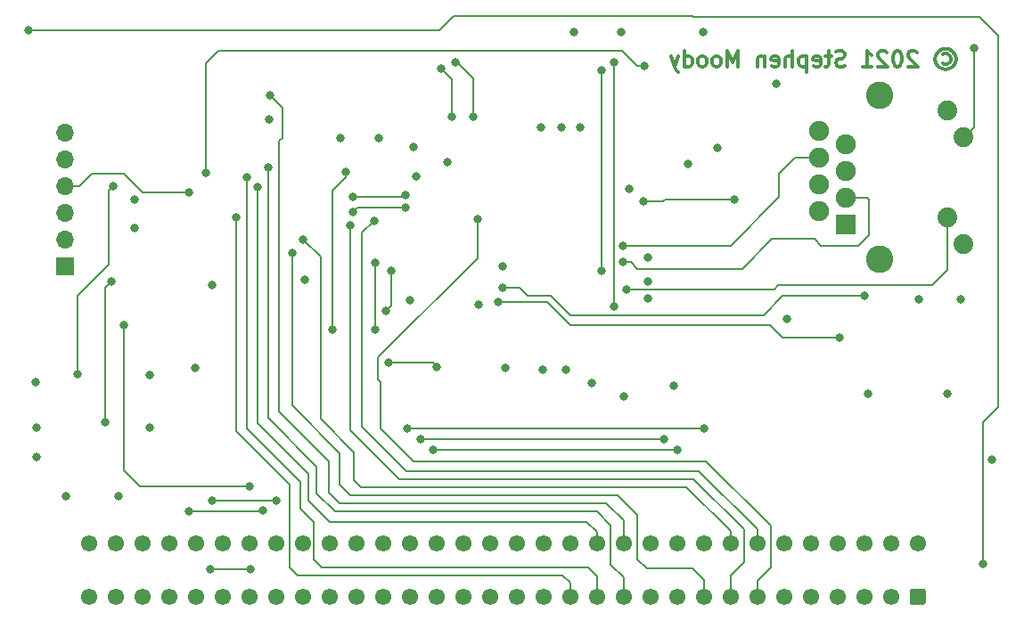
<source format=gbl>
G04 #@! TF.GenerationSoftware,KiCad,Pcbnew,(5.1.10)-1*
G04 #@! TF.CreationDate,2021-07-30T10:28:04+01:00*
G04 #@! TF.ProjectId,Eth8019,45746838-3031-4392-9e6b-696361645f70,rev?*
G04 #@! TF.SameCoordinates,Original*
G04 #@! TF.FileFunction,Copper,L4,Bot*
G04 #@! TF.FilePolarity,Positive*
%FSLAX46Y46*%
G04 Gerber Fmt 4.6, Leading zero omitted, Abs format (unit mm)*
G04 Created by KiCad (PCBNEW (5.1.10)-1) date 2021-07-30 10:28:04*
%MOMM*%
%LPD*%
G01*
G04 APERTURE LIST*
G04 #@! TA.AperFunction,NonConductor*
%ADD10C,0.300000*%
G04 #@! TD*
G04 #@! TA.AperFunction,ComponentPad*
%ADD11C,2.600000*%
G04 #@! TD*
G04 #@! TA.AperFunction,ComponentPad*
%ADD12C,1.890000*%
G04 #@! TD*
G04 #@! TA.AperFunction,ComponentPad*
%ADD13C,1.900000*%
G04 #@! TD*
G04 #@! TA.AperFunction,ComponentPad*
%ADD14R,1.900000X1.900000*%
G04 #@! TD*
G04 #@! TA.AperFunction,ComponentPad*
%ADD15O,1.700000X1.700000*%
G04 #@! TD*
G04 #@! TA.AperFunction,ComponentPad*
%ADD16R,1.700000X1.700000*%
G04 #@! TD*
G04 #@! TA.AperFunction,ComponentPad*
%ADD17C,1.550000*%
G04 #@! TD*
G04 #@! TA.AperFunction,ViaPad*
%ADD18C,0.800000*%
G04 #@! TD*
G04 #@! TA.AperFunction,Conductor*
%ADD19C,0.210000*%
G04 #@! TD*
G04 APERTURE END LIST*
D10*
X191792285Y-93261714D02*
X191935142Y-93190285D01*
X192220857Y-93190285D01*
X192363714Y-93261714D01*
X192506571Y-93404571D01*
X192578000Y-93547428D01*
X192578000Y-93833142D01*
X192506571Y-93976000D01*
X192363714Y-94118857D01*
X192220857Y-94190285D01*
X191935142Y-94190285D01*
X191792285Y-94118857D01*
X192078000Y-92690285D02*
X192435142Y-92761714D01*
X192792285Y-92976000D01*
X193006571Y-93333142D01*
X193078000Y-93690285D01*
X193006571Y-94047428D01*
X192792285Y-94404571D01*
X192435142Y-94618857D01*
X192078000Y-94690285D01*
X191720857Y-94618857D01*
X191363714Y-94404571D01*
X191149428Y-94047428D01*
X191078000Y-93690285D01*
X191149428Y-93333142D01*
X191363714Y-92976000D01*
X191720857Y-92761714D01*
X192078000Y-92690285D01*
X189363714Y-93047428D02*
X189292285Y-92976000D01*
X189149428Y-92904571D01*
X188792285Y-92904571D01*
X188649428Y-92976000D01*
X188578000Y-93047428D01*
X188506571Y-93190285D01*
X188506571Y-93333142D01*
X188578000Y-93547428D01*
X189435142Y-94404571D01*
X188506571Y-94404571D01*
X187578000Y-92904571D02*
X187435142Y-92904571D01*
X187292285Y-92976000D01*
X187220857Y-93047428D01*
X187149428Y-93190285D01*
X187078000Y-93476000D01*
X187078000Y-93833142D01*
X187149428Y-94118857D01*
X187220857Y-94261714D01*
X187292285Y-94333142D01*
X187435142Y-94404571D01*
X187578000Y-94404571D01*
X187720857Y-94333142D01*
X187792285Y-94261714D01*
X187863714Y-94118857D01*
X187935142Y-93833142D01*
X187935142Y-93476000D01*
X187863714Y-93190285D01*
X187792285Y-93047428D01*
X187720857Y-92976000D01*
X187578000Y-92904571D01*
X186506571Y-93047428D02*
X186435142Y-92976000D01*
X186292285Y-92904571D01*
X185935142Y-92904571D01*
X185792285Y-92976000D01*
X185720857Y-93047428D01*
X185649428Y-93190285D01*
X185649428Y-93333142D01*
X185720857Y-93547428D01*
X186578000Y-94404571D01*
X185649428Y-94404571D01*
X184220857Y-94404571D02*
X185078000Y-94404571D01*
X184649428Y-94404571D02*
X184649428Y-92904571D01*
X184792285Y-93118857D01*
X184935142Y-93261714D01*
X185078000Y-93333142D01*
X182506571Y-94333142D02*
X182292285Y-94404571D01*
X181935142Y-94404571D01*
X181792285Y-94333142D01*
X181720857Y-94261714D01*
X181649428Y-94118857D01*
X181649428Y-93976000D01*
X181720857Y-93833142D01*
X181792285Y-93761714D01*
X181935142Y-93690285D01*
X182220857Y-93618857D01*
X182363714Y-93547428D01*
X182435142Y-93476000D01*
X182506571Y-93333142D01*
X182506571Y-93190285D01*
X182435142Y-93047428D01*
X182363714Y-92976000D01*
X182220857Y-92904571D01*
X181863714Y-92904571D01*
X181649428Y-92976000D01*
X181220857Y-93404571D02*
X180649428Y-93404571D01*
X181006571Y-92904571D02*
X181006571Y-94190285D01*
X180935142Y-94333142D01*
X180792285Y-94404571D01*
X180649428Y-94404571D01*
X179578000Y-94333142D02*
X179720857Y-94404571D01*
X180006571Y-94404571D01*
X180149428Y-94333142D01*
X180220857Y-94190285D01*
X180220857Y-93618857D01*
X180149428Y-93476000D01*
X180006571Y-93404571D01*
X179720857Y-93404571D01*
X179578000Y-93476000D01*
X179506571Y-93618857D01*
X179506571Y-93761714D01*
X180220857Y-93904571D01*
X178863714Y-93404571D02*
X178863714Y-94904571D01*
X178863714Y-93476000D02*
X178720857Y-93404571D01*
X178435142Y-93404571D01*
X178292285Y-93476000D01*
X178220857Y-93547428D01*
X178149428Y-93690285D01*
X178149428Y-94118857D01*
X178220857Y-94261714D01*
X178292285Y-94333142D01*
X178435142Y-94404571D01*
X178720857Y-94404571D01*
X178863714Y-94333142D01*
X177506571Y-94404571D02*
X177506571Y-92904571D01*
X176863714Y-94404571D02*
X176863714Y-93618857D01*
X176935142Y-93476000D01*
X177078000Y-93404571D01*
X177292285Y-93404571D01*
X177435142Y-93476000D01*
X177506571Y-93547428D01*
X175578000Y-94333142D02*
X175720857Y-94404571D01*
X176006571Y-94404571D01*
X176149428Y-94333142D01*
X176220857Y-94190285D01*
X176220857Y-93618857D01*
X176149428Y-93476000D01*
X176006571Y-93404571D01*
X175720857Y-93404571D01*
X175578000Y-93476000D01*
X175506571Y-93618857D01*
X175506571Y-93761714D01*
X176220857Y-93904571D01*
X174863714Y-93404571D02*
X174863714Y-94404571D01*
X174863714Y-93547428D02*
X174792285Y-93476000D01*
X174649428Y-93404571D01*
X174435142Y-93404571D01*
X174292285Y-93476000D01*
X174220857Y-93618857D01*
X174220857Y-94404571D01*
X172363714Y-94404571D02*
X172363714Y-92904571D01*
X171863714Y-93976000D01*
X171363714Y-92904571D01*
X171363714Y-94404571D01*
X170435142Y-94404571D02*
X170578000Y-94333142D01*
X170649428Y-94261714D01*
X170720857Y-94118857D01*
X170720857Y-93690285D01*
X170649428Y-93547428D01*
X170578000Y-93476000D01*
X170435142Y-93404571D01*
X170220857Y-93404571D01*
X170078000Y-93476000D01*
X170006571Y-93547428D01*
X169935142Y-93690285D01*
X169935142Y-94118857D01*
X170006571Y-94261714D01*
X170078000Y-94333142D01*
X170220857Y-94404571D01*
X170435142Y-94404571D01*
X169078000Y-94404571D02*
X169220857Y-94333142D01*
X169292285Y-94261714D01*
X169363714Y-94118857D01*
X169363714Y-93690285D01*
X169292285Y-93547428D01*
X169220857Y-93476000D01*
X169078000Y-93404571D01*
X168863714Y-93404571D01*
X168720857Y-93476000D01*
X168649428Y-93547428D01*
X168578000Y-93690285D01*
X168578000Y-94118857D01*
X168649428Y-94261714D01*
X168720857Y-94333142D01*
X168863714Y-94404571D01*
X169078000Y-94404571D01*
X167292285Y-94404571D02*
X167292285Y-92904571D01*
X167292285Y-94333142D02*
X167435142Y-94404571D01*
X167720857Y-94404571D01*
X167863714Y-94333142D01*
X167935142Y-94261714D01*
X168006571Y-94118857D01*
X168006571Y-93690285D01*
X167935142Y-93547428D01*
X167863714Y-93476000D01*
X167720857Y-93404571D01*
X167435142Y-93404571D01*
X167292285Y-93476000D01*
X166720857Y-93404571D02*
X166363714Y-94404571D01*
X166006571Y-93404571D02*
X166363714Y-94404571D01*
X166506571Y-94761714D01*
X166578000Y-94833142D01*
X166720857Y-94904571D01*
D11*
X185848000Y-97152000D03*
X185848000Y-112702000D03*
D12*
X193798000Y-111252000D03*
X192278000Y-108712000D03*
X193798000Y-101142000D03*
X192278000Y-98602000D03*
D13*
X180018000Y-100482000D03*
X182558000Y-101752000D03*
X180018000Y-103022000D03*
X182558000Y-104292000D03*
X180018000Y-105562000D03*
X182558000Y-106832000D03*
X180018000Y-108102000D03*
D14*
X182558000Y-109372000D03*
D15*
X108458000Y-100711000D03*
X108458000Y-103251000D03*
X108458000Y-105791000D03*
X108458000Y-108331000D03*
X108458000Y-110871000D03*
D16*
X108458000Y-113411000D03*
D17*
X110688000Y-139708000D03*
X113228000Y-139708000D03*
X115768000Y-139708000D03*
X118308000Y-139708000D03*
X120848000Y-139708000D03*
X123388000Y-139708000D03*
X125928000Y-139708000D03*
X128468000Y-139708000D03*
X131008000Y-139708000D03*
X133548000Y-139708000D03*
X136088000Y-139708000D03*
X138628000Y-139708000D03*
X141168000Y-139708000D03*
X143708000Y-139708000D03*
X146248000Y-139708000D03*
X148788000Y-139708000D03*
X151328000Y-139708000D03*
X153868000Y-139708000D03*
X156408000Y-139708000D03*
X158948000Y-139708000D03*
X161488000Y-139708000D03*
X164028000Y-139708000D03*
X166568000Y-139708000D03*
X169108000Y-139708000D03*
X171648000Y-139708000D03*
X174188000Y-139708000D03*
X176728000Y-139708000D03*
X179268000Y-139708000D03*
X181808000Y-139708000D03*
X184348000Y-139708000D03*
X186888000Y-139708000D03*
X189428000Y-139708000D03*
X110688000Y-144788000D03*
X113228000Y-144788000D03*
X115768000Y-144788000D03*
X118308000Y-144788000D03*
X120848000Y-144788000D03*
X123388000Y-144788000D03*
X125928000Y-144788000D03*
X128468000Y-144788000D03*
X131008000Y-144788000D03*
X133548000Y-144788000D03*
X136088000Y-144788000D03*
X138628000Y-144788000D03*
X141168000Y-144788000D03*
X143708000Y-144788000D03*
X146248000Y-144788000D03*
X148788000Y-144788000D03*
X151328000Y-144788000D03*
X153868000Y-144788000D03*
X156408000Y-144788000D03*
X158948000Y-144788000D03*
X161488000Y-144788000D03*
X164028000Y-144788000D03*
X166568000Y-144788000D03*
X169108000Y-144788000D03*
X171648000Y-144788000D03*
X174188000Y-144788000D03*
X176728000Y-144788000D03*
X179268000Y-144788000D03*
X181808000Y-144788000D03*
X184348000Y-144788000D03*
X186888000Y-144788000D03*
G04 #@! TA.AperFunction,ComponentPad*
G36*
G01*
X190203000Y-144262998D02*
X190203000Y-145313002D01*
G75*
G02*
X189953002Y-145563000I-249998J0D01*
G01*
X188902998Y-145563000D01*
G75*
G02*
X188653000Y-145313002I0J249998D01*
G01*
X188653000Y-144262998D01*
G75*
G02*
X188902998Y-144013000I249998J0D01*
G01*
X189953002Y-144013000D01*
G75*
G02*
X190203000Y-144262998I0J-249998D01*
G01*
G37*
G04 #@! TD.AperFunction*
D18*
X177032000Y-118364000D03*
X163830000Y-114808000D03*
X163830000Y-116458998D03*
X170434000Y-102108000D03*
X176022000Y-96012000D03*
X192250000Y-125500000D03*
X108500000Y-135250000D03*
X105750000Y-131500000D03*
X105750000Y-128750000D03*
X120750000Y-123000000D03*
X144750000Y-103500000D03*
X169050000Y-91100000D03*
X115000000Y-109750000D03*
X166250000Y-124750000D03*
X161500000Y-125750000D03*
X147750000Y-117000000D03*
X153800000Y-123200000D03*
X127800000Y-99400000D03*
X138200000Y-101200000D03*
X153600000Y-100200000D03*
X157400000Y-100200000D03*
X105600000Y-124400000D03*
X149987000Y-113347500D03*
X163830000Y-112522000D03*
X167640000Y-103632000D03*
X193500000Y-116500000D03*
X189500000Y-116500000D03*
X184750000Y-125500000D03*
X196500000Y-131750000D03*
X113500000Y-135250000D03*
X116500000Y-128750000D03*
X116500000Y-123750000D03*
X141500000Y-102000000D03*
X156800000Y-91100000D03*
X161300000Y-91100000D03*
X115000000Y-107000000D03*
X158500000Y-124500000D03*
X150250000Y-123000000D03*
X156000000Y-123200004D03*
X141200000Y-116600000D03*
X122400000Y-115200000D03*
X134600000Y-101200000D03*
X155600000Y-100200000D03*
X162000000Y-106000000D03*
X141800000Y-104800000D03*
X131191000Y-114617500D03*
X104965500Y-90932000D03*
X195643500Y-141668500D03*
X159400000Y-94800000D03*
X159400000Y-113799994D03*
X160600000Y-94000000D03*
X160600000Y-117200000D03*
X114000000Y-119000000D03*
X125928000Y-134310000D03*
X128524000Y-135636000D03*
X122428000Y-135636000D03*
X133858000Y-119380000D03*
X135128000Y-104394000D03*
X126746000Y-105854500D03*
X127889000Y-97091500D03*
X143400000Y-130800000D03*
X166600000Y-130800000D03*
X137922000Y-113030000D03*
X137922000Y-119380000D03*
X140970000Y-128778000D03*
X169163906Y-128778000D03*
X131064000Y-110807500D03*
X137795000Y-109029500D03*
X122200000Y-142200000D03*
X126000000Y-142200000D03*
X120199994Y-136652000D03*
X127200000Y-136597998D03*
X124714000Y-108712000D03*
X125730000Y-104902000D03*
X127698500Y-103949500D03*
X139446000Y-113792000D03*
X138938000Y-117602000D03*
X142240000Y-129794000D03*
X165354000Y-129793994D03*
X129984500Y-112077500D03*
X135500500Y-109529000D03*
X147637500Y-108902500D03*
X120200000Y-106400000D03*
X161800000Y-115599996D03*
X172000000Y-107000000D03*
X194800000Y-92600000D03*
X163400000Y-107200000D03*
X161400000Y-111399996D03*
X161400000Y-113000000D03*
X149600000Y-116800000D03*
X182000000Y-120200000D03*
X150000000Y-115400000D03*
X184398000Y-116198000D03*
X163449000Y-94361000D03*
X121793000Y-104457500D03*
X143764000Y-122936000D03*
X139128500Y-122555000D03*
X112800000Y-114800000D03*
X112200000Y-128200000D03*
X113000000Y-105800000D03*
X109600000Y-123600000D03*
X147200000Y-99200000D03*
X145542000Y-93980000D03*
X145200000Y-99200000D03*
X144193500Y-94600000D03*
X135800000Y-108200000D03*
X140800000Y-107800000D03*
X135800000Y-106800000D03*
X140800000Y-106600000D03*
D19*
X104965500Y-90932000D02*
X144018000Y-90932000D01*
X144018000Y-90932000D02*
X145351500Y-89598500D01*
X168084500Y-89598500D02*
X168148000Y-89662000D01*
X145351500Y-89598500D02*
X168084500Y-89598500D01*
X168148000Y-89662000D02*
X195326000Y-89662000D01*
X195326000Y-89662000D02*
X197104000Y-91440000D01*
X197104000Y-91440000D02*
X197104000Y-126746000D01*
X195643500Y-128206500D02*
X195643500Y-141668500D01*
X197104000Y-126746000D02*
X195643500Y-128206500D01*
X159400000Y-94800000D02*
X159400000Y-113799994D01*
X160600000Y-94000000D02*
X160600000Y-117200000D01*
X125928000Y-134310000D02*
X115514000Y-134310000D01*
X114000000Y-132796000D02*
X114000000Y-119000000D01*
X115514000Y-134310000D02*
X114000000Y-132796000D01*
X128524000Y-135636000D02*
X122428000Y-135636000D01*
X133858000Y-119380000D02*
X133858000Y-106426000D01*
X133858000Y-106426000D02*
X133858000Y-106172000D01*
X135128000Y-104902000D02*
X135128000Y-104394000D01*
X133858000Y-106172000D02*
X135128000Y-104902000D01*
X131572000Y-133096000D02*
X126746000Y-128270000D01*
X131572000Y-135636000D02*
X131572000Y-133096000D01*
X126746000Y-128270000D02*
X126746000Y-105854500D01*
X133604000Y-137668000D02*
X131572000Y-135636000D01*
X157988000Y-137668000D02*
X133604000Y-137668000D01*
X158948000Y-138628000D02*
X157988000Y-137668000D01*
X158948000Y-139708000D02*
X158948000Y-138628000D01*
X129095500Y-98298000D02*
X127889000Y-97091500D01*
X129095500Y-101155500D02*
X129095500Y-98298000D01*
X128778000Y-127190500D02*
X128778000Y-101473000D01*
X133477000Y-131889500D02*
X128778000Y-127190500D01*
X133477000Y-134874000D02*
X133477000Y-131889500D01*
X134493000Y-135890000D02*
X133477000Y-134874000D01*
X128778000Y-101473000D02*
X129095500Y-101155500D01*
X161488000Y-137548500D02*
X159829500Y-135890000D01*
X161488000Y-139708000D02*
X161488000Y-137548500D01*
X138112500Y-135890000D02*
X134683500Y-135890000D01*
X134683500Y-135890000D02*
X134493000Y-135890000D01*
X136461500Y-135890000D02*
X134683500Y-135890000D01*
X159829500Y-135890000D02*
X138112500Y-135890000D01*
X143400000Y-130800000D02*
X166600000Y-130800000D01*
X137922000Y-113030000D02*
X137922000Y-119380000D01*
X140970000Y-128778000D02*
X169163906Y-128778000D01*
X132715000Y-112458500D02*
X131064000Y-110807500D01*
X132715000Y-127889000D02*
X132715000Y-112458500D01*
X135890000Y-131064000D02*
X132715000Y-127889000D01*
X135890000Y-133731000D02*
X135890000Y-131064000D01*
X136525000Y-134366000D02*
X135890000Y-133731000D01*
X167449500Y-134366000D02*
X136525000Y-134366000D01*
X171648000Y-138564500D02*
X167449500Y-134366000D01*
X171648000Y-139708000D02*
X171648000Y-138564500D01*
X174188000Y-139708000D02*
X174188000Y-138374000D01*
X174188000Y-138374000D02*
X168656000Y-132842000D01*
X168656000Y-132842000D02*
X140843000Y-132842000D01*
X140843000Y-132842000D02*
X136652000Y-128651000D01*
X136652000Y-110172500D02*
X137795000Y-109029500D01*
X136652000Y-128651000D02*
X136652000Y-110172500D01*
X122200000Y-142200000D02*
X126000000Y-142200000D01*
X120199994Y-136652000D02*
X127145998Y-136652000D01*
X127145998Y-136652000D02*
X127200000Y-136597998D01*
X156408000Y-144788000D02*
X156408000Y-143454000D01*
X156408000Y-143454000D02*
X155702000Y-142748000D01*
X155702000Y-142748000D02*
X130556000Y-142748000D01*
X130556000Y-142748000D02*
X129794000Y-141986000D01*
X129794000Y-134620000D02*
X129794000Y-134112000D01*
X129794000Y-141986000D02*
X129794000Y-134620000D01*
X124714000Y-129032000D02*
X124714000Y-108712000D01*
X129794000Y-134112000D02*
X124714000Y-129032000D01*
X132088001Y-137676001D02*
X130810000Y-136398000D01*
X130810000Y-136398000D02*
X130810000Y-133858000D01*
X132088001Y-141232001D02*
X132088001Y-137676001D01*
X132842000Y-141986000D02*
X132088001Y-141232001D01*
X125730000Y-128778000D02*
X125730000Y-104902000D01*
X158115000Y-141986000D02*
X132842000Y-141986000D01*
X158940500Y-142811500D02*
X158115000Y-141986000D01*
X158940500Y-144780500D02*
X158940500Y-142811500D01*
X130810000Y-133858000D02*
X125730000Y-128778000D01*
X158948000Y-144788000D02*
X158940500Y-144780500D01*
X127698500Y-127762000D02*
X127698500Y-103949500D01*
X132334000Y-132397500D02*
X127698500Y-127762000D01*
X132334000Y-134937500D02*
X132334000Y-132397500D01*
X134048500Y-136652000D02*
X132334000Y-134937500D01*
X160274000Y-137985500D02*
X158940500Y-136652000D01*
X158940500Y-136652000D02*
X134048500Y-136652000D01*
X160274000Y-141732000D02*
X160274000Y-137985500D01*
X161488000Y-142946000D02*
X160274000Y-141732000D01*
X161488000Y-144788000D02*
X161488000Y-142946000D01*
X139446000Y-117094000D02*
X138938000Y-117602000D01*
X139446000Y-113792000D02*
X139446000Y-117094000D01*
X142240000Y-129794000D02*
X165100000Y-129794000D01*
X165100000Y-129794000D02*
X165353994Y-129794000D01*
X165353994Y-129794000D02*
X165354000Y-129793994D01*
X134524750Y-131159250D02*
X129984500Y-126619000D01*
X134524750Y-134143750D02*
X134524750Y-131159250D01*
X135509000Y-135128000D02*
X134524750Y-134143750D01*
X160909000Y-135128000D02*
X135509000Y-135128000D01*
X129984500Y-126619000D02*
X129984500Y-112077500D01*
X162814000Y-141224000D02*
X162814000Y-137033000D01*
X163703000Y-142113000D02*
X162814000Y-141224000D01*
X168021000Y-142113000D02*
X163703000Y-142113000D01*
X169108000Y-143200000D02*
X168021000Y-142113000D01*
X162814000Y-137033000D02*
X160909000Y-135128000D01*
X169108000Y-144788000D02*
X169108000Y-143200000D01*
X135509000Y-109537500D02*
X135500500Y-109529000D01*
X135509000Y-128968500D02*
X135509000Y-109537500D01*
X140144500Y-133604000D02*
X135509000Y-128968500D01*
X168148000Y-133604000D02*
X140144500Y-133604000D01*
X172910500Y-138366500D02*
X168148000Y-133604000D01*
X172910500Y-141478000D02*
X172910500Y-138366500D01*
X171648000Y-142740500D02*
X172910500Y-141478000D01*
X171648000Y-144788000D02*
X171648000Y-142740500D01*
X174188000Y-144788000D02*
X174188000Y-143248500D01*
X174188000Y-143248500D02*
X175450500Y-141986000D01*
X175450500Y-141986000D02*
X175450500Y-138049000D01*
X175450500Y-138049000D02*
X169291000Y-131889500D01*
X169291000Y-131889500D02*
X141541500Y-131889500D01*
X141541500Y-131889500D02*
X138430000Y-128778000D01*
X138430000Y-124841000D02*
X138430000Y-124396500D01*
X138430000Y-128778000D02*
X138430000Y-124841000D01*
X138430000Y-124841000D02*
X138430000Y-124523500D01*
X138430000Y-124396500D02*
X138176000Y-124142500D01*
X138176000Y-124142500D02*
X138176000Y-122047000D01*
X147637500Y-112585500D02*
X147637500Y-108902500D01*
X138176000Y-122047000D02*
X147637500Y-112585500D01*
X109809000Y-105791000D02*
X108458000Y-105791000D01*
X111000000Y-104600000D02*
X109809000Y-105791000D01*
X114000000Y-104600000D02*
X111000000Y-104600000D01*
X115800000Y-106400000D02*
X114000000Y-104600000D01*
X120200000Y-106400000D02*
X115800000Y-106400000D01*
X175800004Y-115599996D02*
X161800000Y-115599996D01*
X192278000Y-108712000D02*
X192278000Y-113722000D01*
X192278000Y-113722000D02*
X190800000Y-115200000D01*
X190800000Y-115200000D02*
X176200000Y-115200000D01*
X176200000Y-115200000D02*
X175800004Y-115599996D01*
X194800000Y-100140000D02*
X193798000Y-101142000D01*
X194800000Y-92600000D02*
X194800000Y-100140000D01*
X165400000Y-107000000D02*
X170200000Y-107000000D01*
X170200000Y-107000000D02*
X172000000Y-107000000D01*
X165200000Y-107200000D02*
X165400000Y-107000000D01*
X163400000Y-107200000D02*
X165200000Y-107200000D01*
X171640004Y-111399996D02*
X161400000Y-111399996D01*
X176220000Y-106820000D02*
X176220000Y-104580000D01*
X176220000Y-106820000D02*
X171640004Y-111399996D01*
X177778000Y-103022000D02*
X180018000Y-103022000D01*
X176220000Y-104580000D02*
X177778000Y-103022000D01*
X162800000Y-113600000D02*
X172800000Y-113600000D01*
X162200000Y-113000000D02*
X162800000Y-113600000D01*
X161400000Y-113000000D02*
X162200000Y-113000000D01*
X175600000Y-110800000D02*
X179600000Y-110800000D01*
X172800000Y-113600000D02*
X175600000Y-110800000D01*
X179600000Y-110800000D02*
X180200000Y-111400000D01*
X180200000Y-111400000D02*
X183800000Y-111400000D01*
X183800000Y-111400000D02*
X184800000Y-110400000D01*
X184800000Y-110400000D02*
X184800000Y-107000000D01*
X184632000Y-106832000D02*
X182558000Y-106832000D01*
X184800000Y-107000000D02*
X184632000Y-106832000D01*
X154200000Y-116800000D02*
X149600000Y-116800000D01*
X156400000Y-119000000D02*
X154200000Y-116800000D01*
X175400000Y-119000000D02*
X156400000Y-119000000D01*
X176600000Y-120200000D02*
X175400000Y-119000000D01*
X182000000Y-120200000D02*
X176600000Y-120200000D01*
X176602000Y-116198000D02*
X184398000Y-116198000D01*
X174800000Y-118000000D02*
X176602000Y-116198000D01*
X156400000Y-118000000D02*
X174800000Y-118000000D01*
X154600000Y-116200000D02*
X156400000Y-118000000D01*
X152400000Y-116200000D02*
X154600000Y-116200000D01*
X151600000Y-115400000D02*
X152400000Y-116200000D01*
X150000000Y-115400000D02*
X151600000Y-115400000D01*
X163449000Y-94361000D02*
X162814000Y-94361000D01*
X162814000Y-94361000D02*
X161353500Y-92900500D01*
X161353500Y-92900500D02*
X122999500Y-92900500D01*
X121793000Y-94107000D02*
X121793000Y-104457500D01*
X122999500Y-92900500D02*
X121793000Y-94107000D01*
X143383000Y-122555000D02*
X143764000Y-122936000D01*
X139128500Y-122555000D02*
X143383000Y-122555000D01*
X112200000Y-115400000D02*
X112200000Y-128200000D01*
X112800000Y-114800000D02*
X112200000Y-115400000D01*
X113000000Y-105800000D02*
X112600000Y-106200000D01*
X112600000Y-106200000D02*
X112600000Y-113200000D01*
X112600000Y-113200000D02*
X109600000Y-116200000D01*
X109600000Y-116200000D02*
X109600000Y-123600000D01*
X147200000Y-97338500D02*
X147200000Y-95511000D01*
X147200000Y-97338500D02*
X147200000Y-99200000D01*
X145669000Y-93980000D02*
X145542000Y-93980000D01*
X147200000Y-95511000D02*
X145669000Y-93980000D01*
X145200000Y-95606500D02*
X144193500Y-94600000D01*
X145200000Y-96036500D02*
X145200000Y-95606500D01*
X145200000Y-96036500D02*
X145200000Y-99200000D01*
X135800000Y-108200000D02*
X136200000Y-107800000D01*
X136200000Y-107800000D02*
X140800000Y-107800000D01*
X135800000Y-106800000D02*
X140400000Y-106800000D01*
X140600000Y-106800000D02*
X140800000Y-106600000D01*
X140400000Y-106800000D02*
X140600000Y-106800000D01*
M02*

</source>
